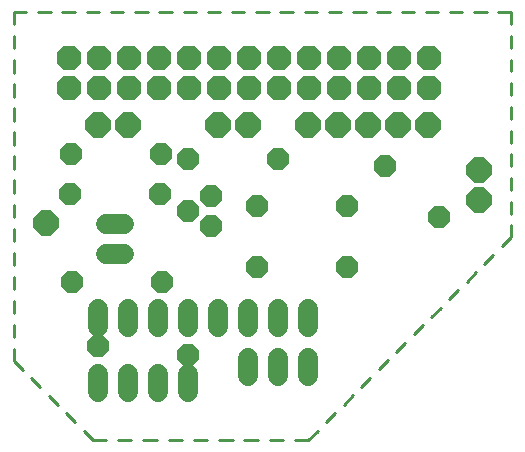
<source format=gbs>
G75*
%MOIN*%
%OFA0B0*%
%FSLAX25Y25*%
%IPPOS*%
%LPD*%
%AMOC8*
5,1,8,0,0,1.08239X$1,22.5*
%
%ADD10C,0.01000*%
%ADD11OC8,0.07400*%
%ADD12C,0.06800*%
%ADD13OC8,0.08200*%
%ADD14OC8,0.08400*%
D10*
X0013114Y0016136D02*
X0016136Y0013114D01*
X0018920Y0010330D02*
X0021943Y0007307D01*
X0024727Y0004523D02*
X0027750Y0001500D01*
X0032237Y0001500D01*
X0036174Y0001500D02*
X0040660Y0001500D01*
X0044597Y0001500D02*
X0049084Y0001500D01*
X0053021Y0001500D02*
X0057507Y0001500D01*
X0061444Y0001500D02*
X0065931Y0001500D01*
X0069868Y0001500D02*
X0074354Y0001500D01*
X0078291Y0001500D02*
X0082778Y0001500D01*
X0086715Y0001500D02*
X0091201Y0001500D01*
X0095138Y0001500D02*
X0099625Y0001500D01*
X0102698Y0004573D01*
X0105482Y0007357D02*
X0108555Y0010430D01*
X0111339Y0013214D02*
X0114412Y0016287D01*
X0117196Y0019071D02*
X0120269Y0022144D01*
X0123053Y0024928D02*
X0126126Y0028001D01*
X0128910Y0030785D02*
X0131983Y0033858D01*
X0134767Y0036642D02*
X0137840Y0039715D01*
X0140624Y0042499D02*
X0143697Y0045572D01*
X0146481Y0048356D02*
X0149554Y0051429D01*
X0152338Y0054213D02*
X0155411Y0057286D01*
X0158195Y0060070D02*
X0161268Y0063143D01*
X0164052Y0065927D02*
X0167125Y0069000D01*
X0167125Y0072957D01*
X0167125Y0076894D02*
X0167125Y0080850D01*
X0167125Y0084787D02*
X0167125Y0088744D01*
X0167125Y0092681D02*
X0167125Y0096638D01*
X0167125Y0100575D02*
X0167125Y0104531D01*
X0167125Y0108469D02*
X0167125Y0112425D01*
X0167125Y0116362D02*
X0167125Y0120319D01*
X0167125Y0124256D02*
X0167125Y0128213D01*
X0167125Y0132150D02*
X0167125Y0136106D01*
X0167125Y0140043D02*
X0167125Y0144000D01*
X0162988Y0144000D01*
X0159051Y0144000D02*
X0154913Y0144000D01*
X0150976Y0144000D02*
X0146839Y0144000D01*
X0142902Y0144000D02*
X0138764Y0144000D01*
X0134827Y0144000D02*
X0130690Y0144000D01*
X0126753Y0144000D02*
X0122616Y0144000D01*
X0118679Y0144000D02*
X0114541Y0144000D01*
X0110604Y0144000D02*
X0106467Y0144000D01*
X0102530Y0144000D02*
X0098393Y0144000D01*
X0094456Y0144000D02*
X0090318Y0144000D01*
X0086381Y0144000D02*
X0082244Y0144000D01*
X0078307Y0144000D02*
X0074169Y0144000D01*
X0070232Y0144000D02*
X0066095Y0144000D01*
X0062158Y0144000D02*
X0058021Y0144000D01*
X0054084Y0144000D02*
X0049946Y0144000D01*
X0046009Y0144000D02*
X0041872Y0144000D01*
X0037935Y0144000D02*
X0033798Y0144000D01*
X0029861Y0144000D02*
X0025723Y0144000D01*
X0021786Y0144000D02*
X0017649Y0144000D01*
X0013712Y0144000D02*
X0009574Y0144000D01*
X0005637Y0144000D02*
X0001500Y0144000D01*
X0001500Y0139925D01*
X0001500Y0135988D02*
X0001500Y0131912D01*
X0001500Y0127975D02*
X0001500Y0123900D01*
X0001500Y0119963D02*
X0001500Y0115887D01*
X0001500Y0111950D02*
X0001500Y0107875D01*
X0001500Y0103938D02*
X0001500Y0099862D01*
X0001500Y0095925D02*
X0001500Y0091850D01*
X0001500Y0087913D02*
X0001500Y0083837D01*
X0001500Y0079900D02*
X0001500Y0075825D01*
X0001500Y0071888D02*
X0001500Y0067812D01*
X0001500Y0063875D02*
X0001500Y0059800D01*
X0001500Y0055863D02*
X0001500Y0051787D01*
X0001500Y0047850D02*
X0001500Y0043775D01*
X0001500Y0039838D02*
X0001500Y0035762D01*
X0001500Y0031825D02*
X0001500Y0027750D01*
X0004523Y0024727D01*
X0007307Y0021943D02*
X0010330Y0018920D01*
D11*
X0029625Y0032750D03*
X0020875Y0054000D03*
X0050875Y0054000D03*
X0067125Y0072750D03*
X0059625Y0077750D03*
X0067125Y0082750D03*
X0059500Y0095125D03*
X0050375Y0096700D03*
X0050250Y0083375D03*
X0020250Y0083375D03*
X0020375Y0096700D03*
X0082438Y0079313D03*
X0089500Y0095125D03*
X0112437Y0079313D03*
X0125250Y0092750D03*
X0143125Y0075875D03*
X0112437Y0059000D03*
X0082438Y0059000D03*
X0059625Y0029625D03*
D12*
X0059625Y0023250D02*
X0059625Y0017250D01*
X0049625Y0017250D02*
X0049625Y0023250D01*
X0039625Y0023250D02*
X0039625Y0017250D01*
X0029625Y0017250D02*
X0029625Y0023250D01*
X0029625Y0039125D02*
X0029625Y0045125D01*
X0039625Y0045125D02*
X0039625Y0039125D01*
X0049625Y0039125D02*
X0049625Y0045125D01*
X0059625Y0045125D02*
X0059625Y0039125D01*
X0069625Y0039125D02*
X0069625Y0045125D01*
X0079625Y0045125D02*
X0079625Y0039125D01*
X0089625Y0039125D02*
X0089625Y0045125D01*
X0099625Y0045125D02*
X0099625Y0039125D01*
X0099625Y0028875D02*
X0099625Y0022875D01*
X0089625Y0022875D02*
X0089625Y0028875D01*
X0079625Y0028875D02*
X0079625Y0022875D01*
X0038250Y0063375D02*
X0032250Y0063375D01*
X0032250Y0073375D02*
X0038250Y0073375D01*
D13*
X0039875Y0118750D03*
X0029875Y0118750D03*
X0019875Y0118750D03*
X0019875Y0128750D03*
X0029875Y0128750D03*
X0039875Y0128750D03*
X0049875Y0128750D03*
X0059875Y0128750D03*
X0069875Y0128750D03*
X0079875Y0128750D03*
X0089875Y0128750D03*
X0099875Y0128750D03*
X0109875Y0128750D03*
X0119875Y0128750D03*
X0129875Y0128750D03*
X0139875Y0128750D03*
X0139875Y0118750D03*
X0129875Y0118750D03*
X0119875Y0118750D03*
X0109875Y0118750D03*
X0099875Y0118750D03*
X0089875Y0118750D03*
X0079875Y0118750D03*
X0069875Y0118750D03*
X0059875Y0118750D03*
X0049875Y0118750D03*
D14*
X0039375Y0106250D03*
X0029375Y0106250D03*
X0012312Y0073817D03*
X0069375Y0106250D03*
X0079375Y0106250D03*
X0099375Y0106250D03*
X0109375Y0106250D03*
X0119375Y0106250D03*
X0129375Y0106250D03*
X0139375Y0106250D03*
X0156375Y0091250D03*
X0156375Y0081250D03*
M02*

</source>
